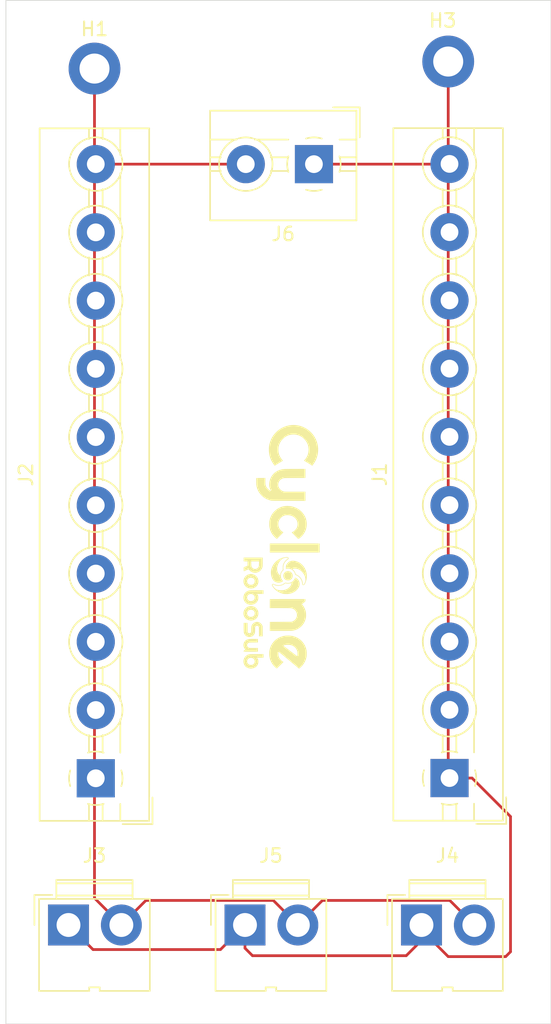
<source format=kicad_pcb>
(kicad_pcb (version 20240108) (generator "pcbnew") (generator_version "8.0")
  (layers (0 "F.Cu" signal) (31 "B.Cu" signal) (34 "B.Paste" user) (35 "F.Paste" user) (36 "B.SilkS" user "B.Silkscreen") (37 "F.SilkS" user "F.Silkscreen") (38 "B.Mask" user) (39 "F.Mask" user) (44 "Edge.Cuts" user))
  (net 0 "")
  (net 1 "Net-(J1-Pin_1)")
  (net 2 "Net-(J2-Pin_1)")
  (footprint "Connector:JWT_A3963_1x02_P3.96mm_Vertical" (layer "F.Cu") (at 179.0925 125.75)
    (property "Reference" "J3" (at 1.91 -5.08 0) (layer "F.SilkS"))
    (property "Value" "Conn_01x02_Pin")
    (pad "1" thru_hole rect (at 0 0) (size 3 3) (drill 1.75) (layers "*.Cu" "*.Mask") (net 1 "Net-(J1-Pin_1)"))
    (pad "2" thru_hole circle (at 3.88 0) (size 3 3) (drill 1.75) (layers "*.Cu" "*.Mask") (net 2 "Net-(J2-Pin_1)"))
  )
  (footprint "MountingHole:MountingHole_2.2mm_M2_DIN965_Pad" (layer "F.Cu") (at 206.9592 62.484)
    (property "Reference" "H3" (at -0.405 -3 0) (layer "F.SilkS"))
    (property "Value" "MountingHole_Pad")
    (pad "1" thru_hole circle (at 0 0) (size 3.8 3.8) (drill 2.2) (layers "*.Cu" "*.Mask") (net 1 "Net-(J1-Pin_1)"))
  )
  (footprint "TerminalBlock:TerminalBlock_MaiXu_MX126-5.0-10P_1x10_P5.00mm" (layer "F.Cu") (at 207.0542 114.984 90)
    (property "Reference" "J1" (at 22.25 -5.12 90) (layer "F.SilkS"))
    (property "Value" "Screw_Terminal_01x10")
    (pad "1" thru_hole rect (at 0 0 90) (size 2.8 2.8) (drill 1.3) (layers "*.Cu" "*.Mask") (net 1 "Net-(J1-Pin_1)"))
    (pad "2" thru_hole circle (at 5 0 90) (size 2.8 2.8) (drill 1.3) (layers "*.Cu" "*.Mask") (net 1 "Net-(J1-Pin_1)"))
    (pad "3" thru_hole circle (at 10 0 90) (size 2.8 2.8) (drill 1.3) (layers "*.Cu" "*.Mask") (net 1 "Net-(J1-Pin_1)"))
    (pad "4" thru_hole circle (at 15 0 90) (size 2.8 2.8) (drill 1.3) (layers "*.Cu" "*.Mask") (net 1 "Net-(J1-Pin_1)"))
    (pad "5" thru_hole circle (at 20 0 90) (size 2.8 2.8) (drill 1.3) (layers "*.Cu" "*.Mask") (net 1 "Net-(J1-Pin_1)"))
    (pad "6" thru_hole circle (at 25 0 90) (size 2.8 2.8) (drill 1.3) (layers "*.Cu" "*.Mask") (net 1 "Net-(J1-Pin_1)"))
    (pad "7" thru_hole circle (at 30 0 90) (size 2.8 2.8) (drill 1.3) (layers "*.Cu" "*.Mask") (net 1 "Net-(J1-Pin_1)"))
    (pad "8" thru_hole circle (at 35 0 90) (size 2.8 2.8) (drill 1.3) (layers "*.Cu" "*.Mask") (net 1 "Net-(J1-Pin_1)"))
    (pad "9" thru_hole circle (at 40 0 90) (size 2.8 2.8) (drill 1.3) (layers "*.Cu" "*.Mask") (net 1 "Net-(J1-Pin_1)"))
    (pad "10" thru_hole circle (at 45 0 90) (size 2.8 2.8) (drill 1.3) (layers "*.Cu" "*.Mask") (net 1 "Net-(J1-Pin_1)"))
  )
  (footprint "TerminalBlock:TerminalBlock_MaiXu_MX126-5.0-02P_1x02_P5.00mm" (layer "F.Cu") (at 197.104 70.0024 180)
    (property "Reference" "J6" (at 2.25 -5.12 360) (layer "F.SilkS"))
    (property "Value" "Screw_Terminal_01x02")
    (pad "1" thru_hole rect (at 0 0 180) (size 2.8 2.8) (drill 1.3) (layers "*.Cu" "*.Mask") (net 1 "Net-(J1-Pin_1)"))
    (pad "2" thru_hole circle (at 5 0 180) (size 2.8 2.8) (drill 1.3) (layers "*.Cu" "*.Mask") (net 2 "Net-(J2-Pin_1)"))
  )
  (footprint "Graphics:Cyclone_footprint" (layer "F.Cu") (at 194.6148 98.0948 -90)
    (property "Reference" "G***" (hide yes))
    (property "Value" "LOGO" (hide yes))
  )
  (footprint "MountingHole:MountingHole_2.2mm_M2_DIN965_Pad" (layer "F.Cu") (at 181 63)
    (property "Reference" "H1" (at 0 -2.9 0) (layer "F.SilkS"))
    (property "Value" "MountingHole_Pad")
    (pad "1" thru_hole circle (at 0 0) (size 3.8 3.8) (drill 2.2) (layers "*.Cu" "*.Mask") (net 2 "Net-(J2-Pin_1)"))
  )
  (footprint "Connector:JWT_A3963_1x02_P3.96mm_Vertical" (layer "F.Cu") (at 192.045 125.75)
    (property "Reference" "J5" (at 1.91 -5.08 0) (layer "F.SilkS"))
    (property "Value" "Conn_01x02_Pin" (hide yes))
    (pad "1" thru_hole rect (at 0 0) (size 3 3) (drill 1.75) (layers "*.Cu" "*.Mask") (net 1 "Net-(J1-Pin_1)"))
    (pad "2" thru_hole circle (at 3.88 0) (size 3 3) (drill 1.75) (layers "*.Cu" "*.Mask") (net 2 "Net-(J2-Pin_1)"))
  )
  (footprint "Connector:JWT_A3963_1x02_P3.96mm_Vertical" (layer "F.Cu") (at 204.9975 125.75)
    (property "Reference" "J4" (at 1.91 -5.08 0) (layer "F.SilkS"))
    (property "Value" "Conn_01x02_Pin")
    (pad "1" thru_hole rect (at 0 0) (size 3 3) (drill 1.75) (layers "*.Cu" "*.Mask") (net 1 "Net-(J1-Pin_1)"))
    (pad "2" thru_hole circle (at 3.88 0) (size 3 3) (drill 1.75) (layers "*.Cu" "*.Mask") (net 2 "Net-(J2-Pin_1)"))
  )
  (footprint "TerminalBlock:TerminalBlock_MaiXu_MX126-5.0-10P_1x10_P5.00mm" (layer "F.Cu") (at 181.095 115 90)
    (property "Reference" "J2" (at 22.25 -5.12 90) (layer "F.SilkS"))
    (property "Value" "Screw_Terminal_01x10")
    (pad "1" thru_hole rect (at 0 0 90) (size 2.8 2.8) (drill 1.3) (layers "*.Cu" "*.Mask") (net 2 "Net-(J2-Pin_1)"))
    (pad "2" thru_hole circle (at 5 0 90) (size 2.8 2.8) (drill 1.3) (layers "*.Cu" "*.Mask") (net 2 "Net-(J2-Pin_1)"))
    (pad "3" thru_hole circle (at 10 0 90) (size 2.8 2.8) (drill 1.3) (layers "*.Cu" "*.Mask") (net 2 "Net-(J2-Pin_1)"))
    (pad "4" thru_hole circle (at 15 0 90) (size 2.8 2.8) (drill 1.3) (layers "*.Cu" "*.Mask") (net 2 "Net-(J2-Pin_1)"))
    (pad "5" thru_hole circle (at 20 0 90) (size 2.8 2.8) (drill 1.3) (layers "*.Cu" "*.Mask") (net 2 "Net-(J2-Pin_1)"))
    (pad "6" thru_hole circle (at 25 0 90) (size 2.8 2.8) (drill 1.3) (layers "*.Cu" "*.Mask") (net 2 "Net-(J2-Pin_1)"))
    (pad "7" thru_hole circle (at 30 0 90) (size 2.8 2.8) (drill 1.3) (layers "*.Cu" "*.Mask") (net 2 "Net-(J2-Pin_1)"))
    (pad "8" thru_hole circle (at 35 0 90) (size 2.8 2.8) (drill 1.3) (layers "*.Cu" "*.Mask") (net 2 "Net-(J2-Pin_1)"))
    (pad "9" thru_hole circle (at 40 0 90) (size 2.8 2.8) (drill 1.3) (layers "*.Cu" "*.Mask") (net 2 "Net-(J2-Pin_1)"))
    (pad "10" thru_hole circle (at 45 0 90) (size 2.8 2.8) (drill 1.3) (layers "*.Cu" "*.Mask") (net 2 "Net-(J2-Pin_1)"))
  )
  (gr_rect (start 174.5 58) (end 214.5 133) (stroke (width 0.05)) (fill none) (layer "Edge.Cuts"))
  (segment (start 207.0542 114.984) (end 208.71 114.984) (width 0.2) (layer "F.Cu") (net 1))
  (segment (start 206.6474 69.984) (end 207.0542 69.984) (width 0.2) (layer "F.Cu") (net 1))
  (segment (start 211.1756 128.0668) (end 206.9592 128.0668) (width 0.2) (layer "F.Cu") (net 1))
  (segment (start 197.104 70.0024) (end 207.0358 70.0024) (width 0.2) (layer "F.Cu") (net 1))
  (segment (start 192.045 125.75) (end 192.045 127.45) (width 0.2) (layer "F.Cu") (net 1))
  (segment (start 211.5312 127.7112) (end 211.1756 128.0668) (width 0.2) (layer "F.Cu") (net 1))
  (segment (start 206.9592 62.484) (end 206.9592 69.889) (width 0.2) (layer "F.Cu") (net 1))
  (segment (start 204.9975 127.1329) (end 204.9975 125.75) (width 0.2) (layer "F.Cu") (net 1))
  (segment (start 206.9592 114.984) (end 206.9592 69.984) (width 0.2) (layer "F.Cu") (net 1))
  (segment (start 203.8764 128) (end 204.9975 126.8789) (width 0.2) (layer "F.Cu") (net 1))
  (segment (start 206.9592 69.889) (end 207.0542 69.984) (width 0.2) (layer "F.Cu") (net 1))
  (segment (start 204.5 126.2475) (end 204.9975 125.75) (width 0.2) (layer "F.Cu") (net 1))
  (segment (start 204.9975 126.1051) (end 204.9975 125.75) (width 0.2) (layer "F.Cu") (net 1))
  (segment (start 192.595 128) (end 203.8764 128) (width 0.2) (layer "F.Cu") (net 1))
  (segment (start 190.245 127.55) (end 192.045 125.75) (width 0.2) (layer "F.Cu") (net 1))
  (segment (start 179.0925 125.75) (end 180.8925 127.55) (width 0.2) (layer "F.Cu") (net 1))
  (segment (start 180.8925 127.55) (end 190.245 127.55) (width 0.2) (layer "F.Cu") (net 1))
  (segment (start 207.0358 70.0024) (end 207.0542 69.984) (width 0.2) (layer "F.Cu") (net 1))
  (segment (start 208.71 114.984) (end 211.5312 117.8052) (width 0.2) (layer "F.Cu") (net 1))
  (segment (start 206.9592 128.0668) (end 204.9975 126.1051) (width 0.2) (layer "F.Cu") (net 1))
  (segment (start 211.5312 117.8052) (end 211.5312 127.7112) (width 0.2) (layer "F.Cu") (net 1))
  (segment (start 192.045 127.45) (end 192.595 128) (width 0.2) (layer "F.Cu") (net 1))
  (segment (start 204.9975 126.8789) (end 204.9975 125.75) (width 0.2) (layer "F.Cu") (net 1))
  (segment (start 207.0775 123.95) (end 208.8775 125.75) (width 0.2) (layer "F.Cu") (net 2))
  (segment (start 181 123.7775) (end 182.9725 125.75) (width 0.2) (layer "F.Cu") (net 2))
  (segment (start 184.7725 123.95) (end 194.125 123.95) (width 0.2) (layer "F.Cu") (net 2))
  (segment (start 194.125 123.95) (end 195.925 125.75) (width 0.2) (layer "F.Cu") (net 2))
  (segment (start 181.095 70) (end 181.1552 70) (width 0.2) (layer "F.Cu") (net 2))
  (segment (start 181 63) (end 181 123.7775) (width 0.2) (layer "F.Cu") (net 2))
  (segment (start 197.725 123.95) (end 207.0775 123.95) (width 0.2) (layer "F.Cu") (net 2))
  (segment (start 195.925 125.75) (end 197.725 123.95) (width 0.2) (layer "F.Cu") (net 2))
  (segment (start 182.9725 125.75) (end 184.7725 123.95) (width 0.2) (layer "F.Cu") (net 2))
  (segment (start 192.104 70.0024) (end 181.0974 70.0024) (width 0.2) (layer "F.Cu") (net 2))
  (segment (start 181.0974 70.0024) (end 181.095 70) (width 0.2) (layer "F.Cu") (net 2))
)
</source>
